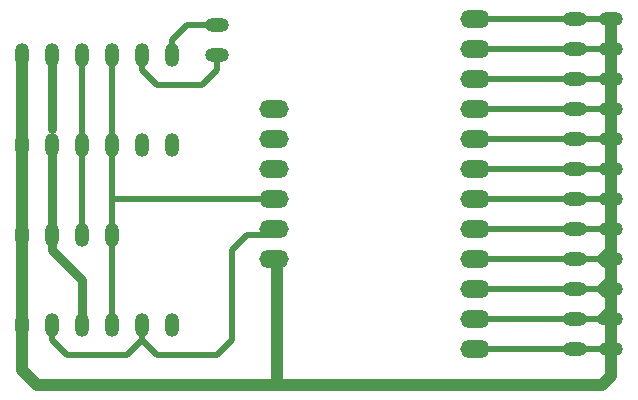
<source format=gbr>
%TF.GenerationSoftware,KiCad,Pcbnew,(7.0.0)*%
%TF.CreationDate,2023-03-31T02:03:59+02:00*%
%TF.ProjectId,HM-PlateauUtilisateur,484d2d50-6c61-4746-9561-755574696c69,rev?*%
%TF.SameCoordinates,Original*%
%TF.FileFunction,Copper,L2,Bot*%
%TF.FilePolarity,Positive*%
%FSLAX46Y46*%
G04 Gerber Fmt 4.6, Leading zero omitted, Abs format (unit mm)*
G04 Created by KiCad (PCBNEW (7.0.0)) date 2023-03-31 02:03:59*
%MOMM*%
%LPD*%
G01*
G04 APERTURE LIST*
%TA.AperFunction,ComponentPad*%
%ADD10O,1.200000X2.000000*%
%TD*%
%TA.AperFunction,ComponentPad*%
%ADD11O,2.500000X1.500000*%
%TD*%
%TA.AperFunction,ComponentPad*%
%ADD12O,2.000000X1.200000*%
%TD*%
%TA.AperFunction,Conductor*%
%ADD13C,0.500000*%
%TD*%
%TA.AperFunction,Conductor*%
%ADD14C,1.000000*%
%TD*%
%TA.AperFunction,Conductor*%
%ADD15C,0.250000*%
%TD*%
%TA.AperFunction,Conductor*%
%ADD16C,0.800000*%
%TD*%
G04 APERTURE END LIST*
D10*
%TO.P,J7,1,Pin_1*%
%TO.N,/SCL*%
X132079999Y-91439999D03*
%TO.P,J7,2,Pin_2*%
%TO.N,Net-(J6-Pin_2)*%
X129539999Y-91439999D03*
%TO.P,J7,3,Pin_3*%
%TO.N,/SDA*%
X126999999Y-91439999D03*
%TD*%
D11*
%TO.P,U1,1,3V3*%
%TO.N,/3V3*%
X140715999Y-73151999D03*
%TO.P,U1,2,~{IRQ}*%
%TO.N,unconnected-(U1-~{IRQ}-Pad2)*%
X140715999Y-75691999D03*
%TO.P,U1,3,SCL*%
%TO.N,/SCL*%
X140715999Y-78231999D03*
%TO.P,U1,4,SDA*%
%TO.N,/SDA*%
X140715999Y-80771999D03*
%TO.P,U1,5,ADDR*%
%TO.N,Net-(J6-Pin_2)*%
X140715999Y-83311999D03*
%TO.P,U1,6,GND*%
%TO.N,/GND*%
X140715999Y-85851999D03*
%TO.P,U1,7,ELE0*%
%TO.N,Net-(J2-Pin_1)*%
X157715999Y-93471999D03*
%TO.P,U1,8,ELE1*%
%TO.N,Net-(J2-Pin_2)*%
X157715999Y-90931999D03*
%TO.P,U1,9,ELE2*%
%TO.N,Net-(J2-Pin_3)*%
X157715999Y-88391999D03*
%TO.P,U1,10,ELE3*%
%TO.N,Net-(J2-Pin_4)*%
X157715999Y-85851999D03*
%TO.P,U1,11,LED0/ELE4*%
%TO.N,Net-(J2-Pin_5)*%
X157715999Y-83311999D03*
%TO.P,U1,12,LED1/ELE5*%
%TO.N,Net-(J2-Pin_6)*%
X157715999Y-80771999D03*
%TO.P,U1,13,LED2/ELE6*%
%TO.N,Net-(J2-Pin_7)*%
X157715999Y-78231999D03*
%TO.P,U1,14,LED3/ELE7*%
%TO.N,Net-(J2-Pin_8)*%
X157715999Y-75691999D03*
%TO.P,U1,15,LED4/ELE8*%
%TO.N,Net-(J2-Pin_9)*%
X157715999Y-73151999D03*
%TO.P,U1,16,LED5/ELE9*%
%TO.N,Net-(J2-Pin_10)*%
X157715999Y-70611999D03*
%TO.P,U1,17,LED6/ELE10*%
%TO.N,Net-(J2-Pin_11)*%
X157715999Y-68071999D03*
%TO.P,U1,18,LED7/ELE11*%
%TO.N,Net-(J2-Pin_12)*%
X157715999Y-65531999D03*
%TD*%
D12*
%TO.P,J8,1,Pin_1*%
%TO.N,Net-(J1A1-Pin_6)*%
X135889999Y-66039999D03*
%TO.P,J8,2,Pin_2*%
%TO.N,Net-(J1A1-Pin_5)*%
X135889999Y-68579999D03*
%TD*%
D10*
%TO.P,J6,1,Pin_1*%
%TO.N,/3V3*%
X124459999Y-91439999D03*
%TO.P,J6,2,Pin_2*%
%TO.N,Net-(J6-Pin_2)*%
X121919999Y-91439999D03*
%TO.P,J6,3,Pin_3*%
%TO.N,/GND*%
X119379999Y-91439999D03*
%TD*%
%TO.P,J3,1,Pin_1*%
%TO.N,/GND*%
X119379999Y-83819999D03*
%TO.P,J3,2,Pin_2*%
%TO.N,/3V3*%
X121919999Y-83819999D03*
%TO.P,J3,3,Pin_3*%
%TO.N,/SCL*%
X124459999Y-83819999D03*
%TO.P,J3,4,Pin_4*%
%TO.N,/SDA*%
X126999999Y-83819999D03*
%TD*%
%TO.P,J2,1,Pin_1*%
%TO.N,/GND*%
X119379999Y-76199999D03*
%TO.P,J2,2,Pin_2*%
%TO.N,/3V3*%
X121919999Y-76199999D03*
%TO.P,J2,3,Pin_3*%
%TO.N,/SCL*%
X124459999Y-76199999D03*
%TO.P,J2,4,Pin_4*%
%TO.N,/SDA*%
X126999999Y-76199999D03*
%TO.P,J2,5,Pin_5*%
%TO.N,unconnected-(J3A1-Pin_5-Pad5)*%
X129539999Y-76199999D03*
%TO.P,J2,6,Pin_6*%
%TO.N,unconnected-(J3A1-Pin_6-Pad6)*%
X132079999Y-76199999D03*
%TD*%
D12*
%TO.P,J3,1,Pin_1*%
%TO.N,/GND*%
X169241249Y-93471999D03*
%TO.P,J3,2,Pin_2*%
X169241249Y-90931999D03*
%TO.P,J3,3,Pin_3*%
X169241249Y-88391999D03*
%TO.P,J3,4,Pin_4*%
X169241249Y-85851999D03*
%TO.P,J3,5,Pin_5*%
X169241249Y-83311999D03*
%TO.P,J3,6,Pin_6*%
X169241249Y-80771999D03*
%TO.P,J3,7,Pin_7*%
X169241249Y-78231999D03*
%TO.P,J3,8,Pin_8*%
X169241249Y-75691999D03*
%TO.P,J3,9,Pin_9*%
X169241249Y-73151999D03*
%TO.P,J3,10,Pin_10*%
X169241249Y-70611999D03*
%TO.P,J3,11,Pin_11*%
X169241249Y-68071999D03*
%TO.P,J3,12,Pin_12*%
X169241249Y-65531999D03*
%TD*%
%TO.P,J2,1,Pin_1*%
%TO.N,Net-(J2-Pin_1)*%
X166193249Y-93471999D03*
%TO.P,J2,2,Pin_2*%
%TO.N,Net-(J2-Pin_2)*%
X166193249Y-90931999D03*
%TO.P,J2,3,Pin_3*%
%TO.N,Net-(J2-Pin_3)*%
X166193249Y-88391999D03*
%TO.P,J2,4,Pin_4*%
%TO.N,Net-(J2-Pin_4)*%
X166193249Y-85851999D03*
%TO.P,J2,5,Pin_5*%
%TO.N,Net-(J2-Pin_5)*%
X166193249Y-83311999D03*
%TO.P,J2,6,Pin_6*%
%TO.N,Net-(J2-Pin_6)*%
X166193249Y-80771999D03*
%TO.P,J2,7,Pin_7*%
%TO.N,Net-(J2-Pin_7)*%
X166193249Y-78231999D03*
%TO.P,J2,8,Pin_8*%
%TO.N,Net-(J2-Pin_8)*%
X166193249Y-75691999D03*
%TO.P,J2,9,Pin_9*%
%TO.N,Net-(J2-Pin_9)*%
X166193249Y-73151999D03*
%TO.P,J2,10,Pin_10*%
%TO.N,Net-(J2-Pin_10)*%
X166193249Y-70611999D03*
%TO.P,J2,11,Pin_11*%
%TO.N,Net-(J2-Pin_11)*%
X166193249Y-68071999D03*
%TO.P,J2,12,Pin_12*%
%TO.N,Net-(J2-Pin_12)*%
X166193249Y-65531999D03*
%TD*%
D10*
%TO.P,J1,1,Pin_1*%
%TO.N,/GND*%
X119379999Y-68579999D03*
%TO.P,J1,2,Pin_2*%
%TO.N,/3V3*%
X121919999Y-68579999D03*
%TO.P,J1,3,Pin_3*%
%TO.N,/SCL*%
X124459999Y-68579999D03*
%TO.P,J1,4,Pin_4*%
%TO.N,/SDA*%
X126999999Y-68579999D03*
%TO.P,J1,5,Pin_5*%
%TO.N,Net-(J1A1-Pin_5)*%
X129539999Y-68579999D03*
%TO.P,J1,6,Pin_6*%
%TO.N,Net-(J1A1-Pin_6)*%
X132079999Y-68579999D03*
%TD*%
D13*
%TO.N,Net-(J2-Pin_1)*%
X169164000Y-93472000D02*
X157716000Y-93472000D01*
%TO.N,Net-(J2-Pin_2)*%
X169164000Y-90932000D02*
X157716000Y-90932000D01*
%TO.N,Net-(J2-Pin_3)*%
X169164000Y-88392000D02*
X157716000Y-88392000D01*
%TO.N,Net-(J2-Pin_4)*%
X169164000Y-85852000D02*
X157716000Y-85852000D01*
%TO.N,Net-(J2-Pin_5)*%
X169164000Y-83312000D02*
X157716000Y-83312000D01*
%TO.N,Net-(J2-Pin_6)*%
X169164000Y-80772000D02*
X157716000Y-80772000D01*
%TO.N,Net-(J2-Pin_7)*%
X169164000Y-78232000D02*
X157716000Y-78232000D01*
%TO.N,Net-(J2-Pin_8)*%
X169164000Y-75692000D02*
X157716000Y-75692000D01*
%TO.N,Net-(J2-Pin_9)*%
X169164000Y-73152000D02*
X157716000Y-73152000D01*
%TO.N,Net-(J2-Pin_10)*%
X169164000Y-70612000D02*
X157716000Y-70612000D01*
%TO.N,Net-(J2-Pin_11)*%
X169164000Y-68072000D02*
X157716000Y-68072000D01*
%TO.N,Net-(J2-Pin_12)*%
X169164000Y-65532000D02*
X157716000Y-65532000D01*
D14*
%TO.N,/GND*%
X169241250Y-85189500D02*
X168578750Y-85852000D01*
D15*
X169241250Y-75029500D02*
X168578750Y-75692000D01*
D14*
X169241250Y-71274500D02*
X169241250Y-72489500D01*
D15*
X169241250Y-78232000D02*
X168578750Y-78232000D01*
D14*
X169241250Y-87729500D02*
X168578750Y-88392000D01*
D15*
X169241250Y-80109500D02*
X168578750Y-80772000D01*
D14*
X119380000Y-83820000D02*
X119380000Y-84482500D01*
D15*
X169241250Y-73152000D02*
X168578750Y-73152000D01*
X168578750Y-68072000D02*
X169241250Y-68734500D01*
D14*
X169241250Y-65532000D02*
X169241250Y-68072000D01*
D15*
X169241250Y-83974500D02*
X169241250Y-84078200D01*
X169241250Y-83312000D02*
X168578750Y-83312000D01*
D14*
X169241250Y-93472000D02*
X169241250Y-95758000D01*
X169241250Y-90932000D02*
X168578750Y-90932000D01*
D15*
X169241250Y-75692000D02*
X168578750Y-75692000D01*
D14*
X169241250Y-90269500D02*
X168578750Y-90932000D01*
X169241250Y-89054500D02*
X169241250Y-90269500D01*
D15*
X168578750Y-78232000D02*
X169241250Y-78894500D01*
D14*
X168479250Y-96520000D02*
X140970000Y-96520000D01*
X169241250Y-68734500D02*
X169241250Y-69949500D01*
X169241250Y-95758000D02*
X168479250Y-96520000D01*
X140970000Y-96520000D02*
X140970000Y-86106000D01*
X169241250Y-83974500D02*
X169241250Y-85189500D01*
X169241250Y-73814500D02*
X169241250Y-75029500D01*
X168578750Y-88392000D02*
X169241250Y-89054500D01*
X169241250Y-86514500D02*
X169241250Y-87729500D01*
D15*
X168578750Y-73152000D02*
X169241250Y-73814500D01*
X168578750Y-80772000D02*
X169241250Y-81434500D01*
D14*
X119380000Y-76200000D02*
X119380000Y-83820000D01*
D15*
X169241250Y-68072000D02*
X168578750Y-68072000D01*
D14*
X169241250Y-81434500D02*
X169241250Y-82649500D01*
X119380000Y-68580000D02*
X119380000Y-76200000D01*
X120650000Y-96520000D02*
X119380000Y-95250000D01*
D15*
X168578750Y-83312000D02*
X169241250Y-83974500D01*
D14*
X119380000Y-84482500D02*
X119380000Y-85852000D01*
X169241250Y-78894500D02*
X169241250Y-80109500D01*
D15*
X169241250Y-70612000D02*
X168578750Y-70612000D01*
X168578750Y-75692000D02*
X169241250Y-76354500D01*
D14*
X169241250Y-88392000D02*
X168578750Y-88392000D01*
D15*
X169241250Y-77569500D02*
X168578750Y-78232000D01*
X168578750Y-70612000D02*
X169241250Y-71274500D01*
X169241250Y-69949500D02*
X168578750Y-70612000D01*
D14*
X169241250Y-76354500D02*
X169241250Y-77569500D01*
X119380000Y-95250000D02*
X119380000Y-91440000D01*
D15*
X169241250Y-82649500D02*
X168578750Y-83312000D01*
D14*
X140970000Y-96520000D02*
X120650000Y-96520000D01*
D15*
X169241250Y-80772000D02*
X168578750Y-80772000D01*
X169241250Y-72489500D02*
X168578750Y-73152000D01*
D14*
X119380000Y-85852000D02*
X119380000Y-91440000D01*
X140970000Y-86106000D02*
X140716000Y-85852000D01*
X169241250Y-85852000D02*
X168578750Y-85852000D01*
X168578750Y-85852000D02*
X169241250Y-86514500D01*
X169241250Y-90932000D02*
X169241250Y-93472000D01*
D16*
%TO.N,/3V3*%
X121920000Y-76200000D02*
X121920000Y-83820000D01*
X124460000Y-87685100D02*
X124460000Y-91440000D01*
X121920000Y-68580000D02*
X121920000Y-74874900D01*
X121920000Y-85145100D02*
X124460000Y-87685100D01*
X121920000Y-83820000D02*
X121920000Y-85145100D01*
D13*
%TO.N,/SCL*%
X124460000Y-68580000D02*
X124460000Y-76200000D01*
X124460000Y-78232000D02*
X124460000Y-83820000D01*
X124460000Y-76862500D02*
X124460000Y-78232000D01*
%TO.N,/SDA*%
X127000000Y-83820000D02*
X127000000Y-91440000D01*
X127000000Y-80772000D02*
X140716000Y-80772000D01*
X127000000Y-76200000D02*
X127000000Y-80772000D01*
X127000000Y-68580000D02*
X127000000Y-76200000D01*
X127000000Y-80772000D02*
X127000000Y-83820000D01*
%TO.N,Net-(J6-Pin_2)*%
X138430000Y-83820000D02*
X140208000Y-83820000D01*
X140208000Y-83820000D02*
X140716000Y-83312000D01*
X130810000Y-93980000D02*
X135890000Y-93980000D01*
X129540000Y-92710000D02*
X128270000Y-93980000D01*
X123190000Y-93980000D02*
X121920000Y-92710000D01*
X129540000Y-92710000D02*
X130810000Y-93980000D01*
X135890000Y-93980000D02*
X137160000Y-92710000D01*
X121920000Y-92710000D02*
X121920000Y-91440000D01*
X128270000Y-93980000D02*
X123190000Y-93980000D01*
X137160000Y-92710000D02*
X137160000Y-85090000D01*
X137160000Y-85090000D02*
X138430000Y-83820000D01*
X129540000Y-91440000D02*
X129540000Y-92710000D01*
%TO.N,Net-(J1A1-Pin_6)*%
X132080000Y-67310000D02*
X133350000Y-66040000D01*
X133350000Y-66040000D02*
X135890000Y-66040000D01*
X132080000Y-68580000D02*
X132080000Y-67310000D01*
%TO.N,Net-(J1A1-Pin_5)*%
X129540000Y-69850000D02*
X130810000Y-71120000D01*
X134620000Y-71120000D02*
X135890000Y-69850000D01*
X129540000Y-68580000D02*
X129540000Y-69850000D01*
X135890000Y-69850000D02*
X135890000Y-68580000D01*
X130810000Y-71120000D02*
X134620000Y-71120000D01*
%TD*%
M02*

</source>
